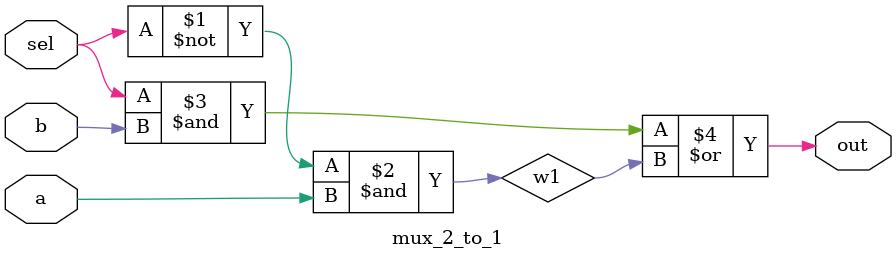
<source format=v>
module mux_2_to_1 (
    input a,
    input b,
    input sel,
    output out
);

    wire w1;

    assign w1 = ~sel & a;
    assign out = sel & b | w1;

endmodule
</source>
